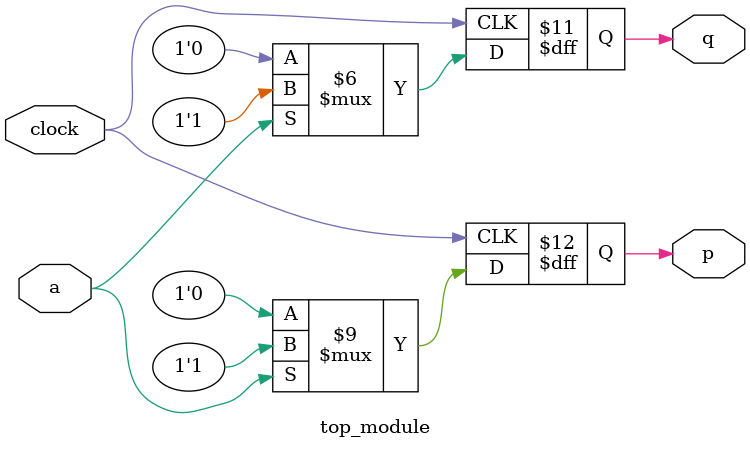
<source format=sv>
module top_module (
    input clock,
    input a, 
    output reg p,
    output reg q
);

    always @(posedge clock) begin
        if (a == 1) begin
            p <= 1;
        end else begin
            p <= 0;
        end
    end

    always @(negedge clock) begin
        if (a == 1) begin
            q <= 1;
        end else begin
            q <= 0;
        end
    end

endmodule

</source>
